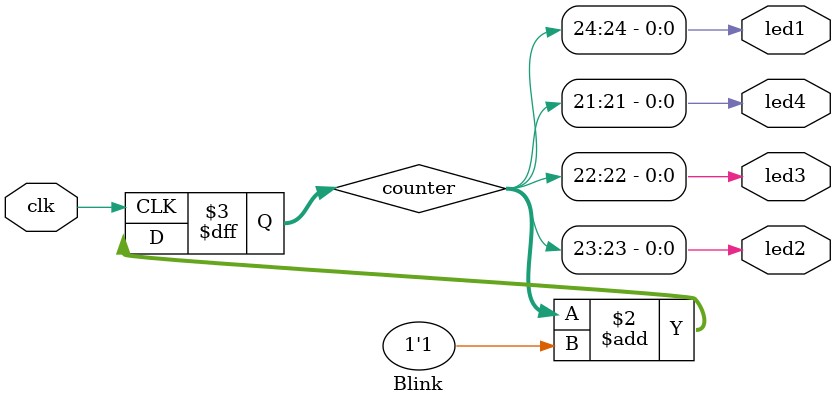
<source format=v>
`timescale 1ns / 1ps

module Blink(
    input wire clk,     // Clock input
    output wire led1,   // LED output
    output wire led2,   // LED output
    output wire led3,   // LED output
    output wire led4    // LED output
);

    parameter COUNTER_WIDTH = 25; // Define the counter width as a parameter

    reg [COUNTER_WIDTH-1:0] counter; // Counter with flexible width

    localparam LED2_OFFSET = 1;    // Offset for LED2 (one bit lower than LED1)
    localparam LED3_OFFSET = 2;    // Offset for LED3 (two bits lower than LED1)
    localparam LED4_OFFSET = 3;    // Offset for LED4 (three bits lower than LED1)

    always @(posedge clk) begin
        // Increment the counter on every clock edge
        counter <= counter + 1'b1;
    end

    // LED outputs are driven by different bits of the counter
    assign led1 = counter[COUNTER_WIDTH-1];      // LED1 output
    assign led2 = counter[COUNTER_WIDTH-1-LED2_OFFSET]; // LED2 output
    assign led3 = counter[COUNTER_WIDTH-1-LED3_OFFSET]; // LED3 output
    assign led4 = counter[COUNTER_WIDTH-1-LED4_OFFSET]; // LED4 output

endmodule

</source>
